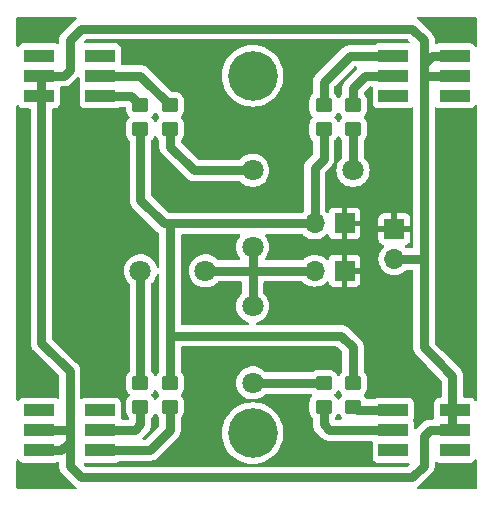
<source format=gbr>
%TF.GenerationSoftware,KiCad,Pcbnew,8.0.1*%
%TF.CreationDate,2024-07-06T10:32:20+03:00*%
%TF.ProjectId,led_tester,6c65645f-7465-4737-9465-722e6b696361,rev?*%
%TF.SameCoordinates,Original*%
%TF.FileFunction,Copper,L1,Top*%
%TF.FilePolarity,Positive*%
%FSLAX46Y46*%
G04 Gerber Fmt 4.6, Leading zero omitted, Abs format (unit mm)*
G04 Created by KiCad (PCBNEW 8.0.1) date 2024-07-06 10:32:20*
%MOMM*%
%LPD*%
G01*
G04 APERTURE LIST*
G04 Aperture macros list*
%AMRoundRect*
0 Rectangle with rounded corners*
0 $1 Rounding radius*
0 $2 $3 $4 $5 $6 $7 $8 $9 X,Y pos of 4 corners*
0 Add a 4 corners polygon primitive as box body*
4,1,4,$2,$3,$4,$5,$6,$7,$8,$9,$2,$3,0*
0 Add four circle primitives for the rounded corners*
1,1,$1+$1,$2,$3*
1,1,$1+$1,$4,$5*
1,1,$1+$1,$6,$7*
1,1,$1+$1,$8,$9*
0 Add four rect primitives between the rounded corners*
20,1,$1+$1,$2,$3,$4,$5,0*
20,1,$1+$1,$4,$5,$6,$7,0*
20,1,$1+$1,$6,$7,$8,$9,0*
20,1,$1+$1,$8,$9,$2,$3,0*%
G04 Aperture macros list end*
%TA.AperFunction,SMDPad,CuDef*%
%ADD10R,2.500000X1.100000*%
%TD*%
%TA.AperFunction,SMDPad,CuDef*%
%ADD11RoundRect,0.250000X0.450000X-0.350000X0.450000X0.350000X-0.450000X0.350000X-0.450000X-0.350000X0*%
%TD*%
%TA.AperFunction,SMDPad,CuDef*%
%ADD12RoundRect,0.250000X-0.450000X0.350000X-0.450000X-0.350000X0.450000X-0.350000X0.450000X0.350000X0*%
%TD*%
%TA.AperFunction,ComponentPad*%
%ADD13R,1.700000X1.700000*%
%TD*%
%TA.AperFunction,ComponentPad*%
%ADD14O,1.700000X1.700000*%
%TD*%
%TA.AperFunction,ViaPad*%
%ADD15C,4.200000*%
%TD*%
%TA.AperFunction,ViaPad*%
%ADD16C,1.800000*%
%TD*%
%TA.AperFunction,Conductor*%
%ADD17C,0.800000*%
%TD*%
G04 APERTURE END LIST*
D10*
%TO.P,D7,1,BA*%
%TO.N,unconnected-(D7-BA-Pad1)*%
X87400000Y-58300000D03*
%TO.P,D7,2,RA*%
%TO.N,/VCC*%
X87400000Y-60000000D03*
%TO.P,D7,3,GA*%
X87400000Y-61700000D03*
%TO.P,D7,4,GK*%
%TO.N,Net-(D7-GK)*%
X92600000Y-61700000D03*
%TO.P,D7,5,RK*%
%TO.N,Net-(D7-RK)*%
X92600000Y-60000000D03*
%TO.P,D7,6,BK*%
%TO.N,unconnected-(D7-BK-Pad6)*%
X92600000Y-58300000D03*
%TD*%
%TO.P,D4,1,BA*%
%TO.N,unconnected-(D4-BA-Pad1)*%
X122600000Y-61700000D03*
%TO.P,D4,2,RA*%
%TO.N,/VCC*%
X122600000Y-60000000D03*
%TO.P,D4,3,GA*%
X122600000Y-58300000D03*
%TO.P,D4,4,GK*%
%TO.N,Net-(D4-GK)*%
X117400000Y-58300000D03*
%TO.P,D4,5,RK*%
%TO.N,Net-(D4-RK)*%
X117400000Y-60000000D03*
%TO.P,D4,6,BK*%
%TO.N,unconnected-(D4-BK-Pad6)*%
X117400000Y-61700000D03*
%TD*%
%TO.P,D2,1,BA*%
%TO.N,unconnected-(D2-BA-Pad1)*%
X122600000Y-31700000D03*
%TO.P,D2,2,RA*%
%TO.N,/VCC*%
X122600000Y-30000000D03*
%TO.P,D2,3,GA*%
X122600000Y-28300000D03*
%TO.P,D2,4,GK*%
%TO.N,Net-(D2-GK)*%
X117400000Y-28300000D03*
%TO.P,D2,5,RK*%
%TO.N,Net-(D2-RK)*%
X117400000Y-30000000D03*
%TO.P,D2,6,BK*%
%TO.N,unconnected-(D2-BK-Pad6)*%
X117400000Y-31700000D03*
%TD*%
%TO.P,D1,1,BA*%
%TO.N,unconnected-(D1-BA-Pad1)*%
X87400000Y-28300000D03*
%TO.P,D1,2,RA*%
%TO.N,/VCC*%
X87400000Y-30000000D03*
%TO.P,D1,3,GA*%
X87400000Y-31700000D03*
%TO.P,D1,4,GK*%
%TO.N,Net-(D1-GK)*%
X92600000Y-31700000D03*
%TO.P,D1,5,RK*%
%TO.N,Net-(D1-RK)*%
X92600000Y-30000000D03*
%TO.P,D1,6,BK*%
%TO.N,unconnected-(D1-BK-Pad6)*%
X92600000Y-28300000D03*
%TD*%
D11*
%TO.P,R5,1*%
%TO.N,/RED*%
X111500000Y-34500000D03*
%TO.P,R5,2*%
%TO.N,Net-(D2-GK)*%
X111500000Y-32500000D03*
%TD*%
D12*
%TO.P,R8,1*%
%TO.N,/GR*%
X111500000Y-56000000D03*
%TO.P,R8,2*%
%TO.N,Net-(D4-RK)*%
X111500000Y-58000000D03*
%TD*%
D11*
%TO.P,R4,1*%
%TO.N,/GR*%
X98500000Y-34500000D03*
%TO.P,R4,2*%
%TO.N,Net-(D1-RK)*%
X98500000Y-32500000D03*
%TD*%
D12*
%TO.P,R1,1*%
%TO.N,/RED*%
X98500000Y-56000000D03*
%TO.P,R1,2*%
%TO.N,Net-(D7-GK)*%
X98500000Y-58000000D03*
%TD*%
D11*
%TO.P,R6,1*%
%TO.N,/GR*%
X114000000Y-34500000D03*
%TO.P,R6,2*%
%TO.N,Net-(D2-RK)*%
X114000000Y-32500000D03*
%TD*%
D13*
%TO.P,J2,1,Pin_1*%
%TO.N,GND*%
X113275000Y-46500000D03*
D14*
%TO.P,J2,2,Pin_2*%
%TO.N,/GR1*%
X110735000Y-46500000D03*
%TD*%
D11*
%TO.P,R3,1*%
%TO.N,/RED*%
X96000000Y-34500000D03*
%TO.P,R3,2*%
%TO.N,Net-(D1-GK)*%
X96000000Y-32500000D03*
%TD*%
D13*
%TO.P,J1,1,Pin_1*%
%TO.N,GND*%
X113275000Y-42500000D03*
D14*
%TO.P,J1,2,Pin_2*%
%TO.N,/RED1*%
X110735000Y-42500000D03*
%TD*%
D12*
%TO.P,R2,1*%
%TO.N,/GR*%
X96000000Y-56000000D03*
%TO.P,R2,2*%
%TO.N,Net-(D7-RK)*%
X96000000Y-58000000D03*
%TD*%
D13*
%TO.P,J3,1,Pin_1*%
%TO.N,GND*%
X117500000Y-42960000D03*
D14*
%TO.P,J3,2,Pin_2*%
%TO.N,/VCC*%
X117500000Y-45500000D03*
%TD*%
D12*
%TO.P,R7,1*%
%TO.N,/RED*%
X114000000Y-56000000D03*
%TO.P,R7,2*%
%TO.N,Net-(D4-GK)*%
X114000000Y-58000000D03*
%TD*%
D15*
%TO.N,*%
X105500000Y-60250000D03*
X105500000Y-30000000D03*
D16*
%TO.N,/GR*%
X101500000Y-46500000D03*
X96000000Y-46500000D03*
X105500000Y-38000000D03*
X114000000Y-38000000D03*
X105500000Y-56000000D03*
X105500000Y-44500000D03*
X105500000Y-49500000D03*
%TD*%
D17*
%TO.N,Net-(D1-GK)*%
X95200000Y-31700000D02*
X96000000Y-32500000D01*
X92400000Y-31700000D02*
X95200000Y-31700000D01*
%TO.N,/VCC*%
X90000000Y-29500000D02*
X90000000Y-27000000D01*
X91000000Y-64000000D02*
X119000000Y-64000000D01*
X119000000Y-64000000D02*
X120000000Y-63000000D01*
X120700000Y-28300000D02*
X120000000Y-29000000D01*
X120000000Y-60500000D02*
X120500000Y-60000000D01*
X90000000Y-61000000D02*
X90000000Y-63000000D01*
X122400000Y-60000000D02*
X122400000Y-55400000D01*
X122400000Y-55400000D02*
X121000000Y-54000000D01*
X117500000Y-45500000D02*
X120000000Y-45500000D01*
X120000000Y-45500000D02*
X120000000Y-53000000D01*
X87600000Y-30000000D02*
X89500000Y-30000000D01*
X90000000Y-63000000D02*
X91000000Y-64000000D01*
X120000000Y-63000000D02*
X120000000Y-60500000D01*
X120500000Y-60000000D02*
X122400000Y-60000000D01*
X87600000Y-52600000D02*
X90000000Y-55000000D01*
X120000000Y-27000000D02*
X120000000Y-29000000D01*
X90000000Y-27000000D02*
X91000000Y-26000000D01*
X120000000Y-53000000D02*
X121000000Y-54000000D01*
X87600000Y-60000000D02*
X90000000Y-60000000D01*
X87600000Y-30000000D02*
X87600000Y-52600000D01*
X122400000Y-28300000D02*
X120700000Y-28300000D01*
X91000000Y-26000000D02*
X119000000Y-26000000D01*
X120000000Y-30000000D02*
X122400000Y-30000000D01*
X89300000Y-61700000D02*
X87600000Y-61700000D01*
X90000000Y-60000000D02*
X90000000Y-61000000D01*
X90000000Y-55000000D02*
X90000000Y-60000000D01*
X120000000Y-29000000D02*
X120000000Y-30000000D01*
X90000000Y-61000000D02*
X89300000Y-61700000D01*
X119000000Y-26000000D02*
X120000000Y-27000000D01*
X89500000Y-30000000D02*
X90000000Y-29500000D01*
X120000000Y-30000000D02*
X120000000Y-45500000D01*
%TO.N,Net-(D1-RK)*%
X96000000Y-30000000D02*
X98500000Y-32500000D01*
X92400000Y-30000000D02*
X96000000Y-30000000D01*
%TO.N,Net-(D2-RK)*%
X114000000Y-31000000D02*
X114000000Y-32500000D01*
X115000000Y-30000000D02*
X114000000Y-31000000D01*
X117600000Y-30000000D02*
X115000000Y-30000000D01*
%TO.N,Net-(D2-GK)*%
X111500000Y-30500000D02*
X111500000Y-32500000D01*
X117600000Y-28300000D02*
X113700000Y-28300000D01*
X113700000Y-28300000D02*
X111500000Y-30500000D01*
%TO.N,Net-(D4-GK)*%
X117600000Y-58300000D02*
X114300000Y-58300000D01*
X114300000Y-58300000D02*
X114000000Y-58000000D01*
%TO.N,Net-(D4-RK)*%
X111500000Y-58000000D02*
X111500000Y-59500000D01*
X111500000Y-59500000D02*
X112000000Y-60000000D01*
X112000000Y-60000000D02*
X117600000Y-60000000D01*
%TO.N,/RED*%
X114000000Y-53000000D02*
X113000000Y-52000000D01*
X98000000Y-42500000D02*
X98500000Y-42500000D01*
X98500000Y-52000000D02*
X98500000Y-42500000D01*
X96000000Y-40500000D02*
X98000000Y-42500000D01*
X98500000Y-56000000D02*
X98500000Y-52000000D01*
X114000000Y-56000000D02*
X114000000Y-53000000D01*
X96000000Y-34500000D02*
X96000000Y-40500000D01*
X110735000Y-42500000D02*
X110735000Y-37765000D01*
X113000000Y-52000000D02*
X98500000Y-52000000D01*
X111500000Y-37000000D02*
X111500000Y-34500000D01*
X98500000Y-42500000D02*
X110735000Y-42500000D01*
X110735000Y-37765000D02*
X111500000Y-37000000D01*
%TO.N,/GR*%
X105500000Y-44500000D02*
X105500000Y-46500000D01*
X114000000Y-34500000D02*
X114000000Y-38000000D01*
X111500000Y-56000000D02*
X105500000Y-56000000D01*
X101500000Y-46500000D02*
X105500000Y-46500000D01*
X98500000Y-36000000D02*
X100500000Y-38000000D01*
X105500000Y-46500000D02*
X110735000Y-46500000D01*
X98500000Y-34500000D02*
X98500000Y-36000000D01*
X100500000Y-38000000D02*
X105500000Y-38000000D01*
X96000000Y-46500000D02*
X96000000Y-56000000D01*
X105500000Y-49500000D02*
X105500000Y-46500000D01*
%TO.N,Net-(D7-GK)*%
X98500000Y-58000000D02*
X98500000Y-60000000D01*
X96800000Y-61700000D02*
X92400000Y-61700000D01*
X98500000Y-60000000D02*
X96800000Y-61700000D01*
%TO.N,Net-(D7-RK)*%
X96000000Y-58000000D02*
X96000000Y-59500000D01*
X95500000Y-60000000D02*
X92400000Y-60000000D01*
X96000000Y-59500000D02*
X95500000Y-60000000D01*
%TD*%
%TA.AperFunction,Conductor*%
%TO.N,GND*%
G36*
X115600171Y-30920185D02*
G01*
X115645926Y-30972989D01*
X115656421Y-31037756D01*
X115649500Y-31102118D01*
X115649500Y-32297870D01*
X115649501Y-32297876D01*
X115655908Y-32357483D01*
X115706202Y-32492328D01*
X115706206Y-32492335D01*
X115792452Y-32607544D01*
X115792455Y-32607547D01*
X115907664Y-32693793D01*
X115907671Y-32693797D01*
X116042517Y-32744091D01*
X116042516Y-32744091D01*
X116049444Y-32744835D01*
X116102127Y-32750500D01*
X118697872Y-32750499D01*
X118757483Y-32744091D01*
X118892331Y-32693796D01*
X118901186Y-32687166D01*
X118966649Y-32662747D01*
X119034923Y-32677596D01*
X119084330Y-32727000D01*
X119099500Y-32786431D01*
X119099500Y-44475500D01*
X119079815Y-44542539D01*
X119027011Y-44588294D01*
X118975500Y-44599500D01*
X118560758Y-44599500D01*
X118493719Y-44579815D01*
X118473077Y-44563181D01*
X118416181Y-44506285D01*
X118382696Y-44444962D01*
X118387680Y-44375270D01*
X118429552Y-44319337D01*
X118460529Y-44302422D01*
X118592086Y-44253354D01*
X118592093Y-44253350D01*
X118707187Y-44167190D01*
X118707190Y-44167187D01*
X118793350Y-44052093D01*
X118793354Y-44052086D01*
X118843596Y-43917379D01*
X118843598Y-43917372D01*
X118849999Y-43857844D01*
X118850000Y-43857827D01*
X118850000Y-43210000D01*
X117933012Y-43210000D01*
X117965925Y-43152993D01*
X118000000Y-43025826D01*
X118000000Y-42894174D01*
X117965925Y-42767007D01*
X117933012Y-42710000D01*
X118850000Y-42710000D01*
X118850000Y-42062172D01*
X118849999Y-42062155D01*
X118843598Y-42002627D01*
X118843596Y-42002620D01*
X118793354Y-41867913D01*
X118793350Y-41867906D01*
X118707190Y-41752812D01*
X118707187Y-41752809D01*
X118592093Y-41666649D01*
X118592086Y-41666645D01*
X118457379Y-41616403D01*
X118457372Y-41616401D01*
X118397844Y-41610000D01*
X117750000Y-41610000D01*
X117750000Y-42526988D01*
X117692993Y-42494075D01*
X117565826Y-42460000D01*
X117434174Y-42460000D01*
X117307007Y-42494075D01*
X117250000Y-42526988D01*
X117250000Y-41610000D01*
X116602155Y-41610000D01*
X116542627Y-41616401D01*
X116542620Y-41616403D01*
X116407913Y-41666645D01*
X116407906Y-41666649D01*
X116292812Y-41752809D01*
X116292809Y-41752812D01*
X116206649Y-41867906D01*
X116206645Y-41867913D01*
X116156403Y-42002620D01*
X116156401Y-42002627D01*
X116150000Y-42062155D01*
X116150000Y-42710000D01*
X117066988Y-42710000D01*
X117034075Y-42767007D01*
X117000000Y-42894174D01*
X117000000Y-43025826D01*
X117034075Y-43152993D01*
X117066988Y-43210000D01*
X116150000Y-43210000D01*
X116150000Y-43857844D01*
X116156401Y-43917372D01*
X116156403Y-43917379D01*
X116206645Y-44052086D01*
X116206649Y-44052093D01*
X116292809Y-44167187D01*
X116292812Y-44167190D01*
X116407906Y-44253350D01*
X116407913Y-44253354D01*
X116539470Y-44302421D01*
X116595403Y-44344292D01*
X116619821Y-44409756D01*
X116604970Y-44478029D01*
X116583819Y-44506284D01*
X116461503Y-44628600D01*
X116325965Y-44822169D01*
X116325964Y-44822171D01*
X116226098Y-45036335D01*
X116226094Y-45036344D01*
X116164938Y-45264586D01*
X116164936Y-45264596D01*
X116144341Y-45499999D01*
X116144341Y-45500000D01*
X116164936Y-45735403D01*
X116164938Y-45735413D01*
X116226094Y-45963655D01*
X116226096Y-45963659D01*
X116226097Y-45963663D01*
X116258931Y-46034075D01*
X116325965Y-46177830D01*
X116325967Y-46177834D01*
X116389589Y-46268695D01*
X116461505Y-46371401D01*
X116628599Y-46538495D01*
X116667632Y-46565826D01*
X116822165Y-46674032D01*
X116822167Y-46674033D01*
X116822170Y-46674035D01*
X117036337Y-46773903D01*
X117264592Y-46835063D01*
X117452918Y-46851539D01*
X117499999Y-46855659D01*
X117500000Y-46855659D01*
X117500001Y-46855659D01*
X117539234Y-46852226D01*
X117735408Y-46835063D01*
X117963663Y-46773903D01*
X118177830Y-46674035D01*
X118371401Y-46538495D01*
X118473077Y-46436819D01*
X118534400Y-46403334D01*
X118560758Y-46400500D01*
X118975500Y-46400500D01*
X119042539Y-46420185D01*
X119088294Y-46472989D01*
X119099500Y-46524500D01*
X119099500Y-53088696D01*
X119134103Y-53262659D01*
X119134106Y-53262669D01*
X119149348Y-53299464D01*
X119149349Y-53299467D01*
X119201983Y-53426540D01*
X119201990Y-53426552D01*
X119251401Y-53500500D01*
X119251402Y-53500501D01*
X119300537Y-53574038D01*
X119300538Y-53574039D01*
X120296195Y-54569694D01*
X120296216Y-54569717D01*
X121463181Y-55736681D01*
X121496666Y-55798004D01*
X121499500Y-55824362D01*
X121499500Y-57125500D01*
X121479815Y-57192539D01*
X121427011Y-57238294D01*
X121375502Y-57249500D01*
X121302130Y-57249500D01*
X121302123Y-57249501D01*
X121242516Y-57255908D01*
X121107671Y-57306202D01*
X121107664Y-57306206D01*
X120992455Y-57392452D01*
X120992452Y-57392455D01*
X120906206Y-57507664D01*
X120906202Y-57507671D01*
X120855908Y-57642517D01*
X120849501Y-57702116D01*
X120849501Y-57702123D01*
X120849500Y-57702135D01*
X120849500Y-58897870D01*
X120849501Y-58897876D01*
X120856421Y-58962247D01*
X120844014Y-59031006D01*
X120796403Y-59082143D01*
X120733131Y-59099500D01*
X120411303Y-59099500D01*
X120237339Y-59134103D01*
X120237323Y-59134108D01*
X120121453Y-59182102D01*
X120121454Y-59182103D01*
X120073454Y-59201986D01*
X120073453Y-59201987D01*
X120020553Y-59237334D01*
X119925965Y-59300535D01*
X119925961Y-59300538D01*
X119362180Y-59864320D01*
X119300857Y-59897805D01*
X119231165Y-59892821D01*
X119175232Y-59850949D01*
X119150815Y-59785485D01*
X119150499Y-59776639D01*
X119150499Y-59402129D01*
X119150498Y-59402123D01*
X119144091Y-59342518D01*
X119144091Y-59342517D01*
X119093796Y-59207669D01*
X119093794Y-59207666D01*
X119090696Y-59199360D01*
X119092426Y-59198714D01*
X119079902Y-59141163D01*
X119091691Y-59101011D01*
X119090696Y-59100640D01*
X119093794Y-59092333D01*
X119093796Y-59092331D01*
X119144091Y-58957483D01*
X119150500Y-58897873D01*
X119150499Y-57702128D01*
X119144091Y-57642517D01*
X119137914Y-57625956D01*
X119093797Y-57507671D01*
X119093793Y-57507664D01*
X119007547Y-57392455D01*
X119007544Y-57392452D01*
X118892335Y-57306206D01*
X118892328Y-57306202D01*
X118757482Y-57255908D01*
X118757483Y-57255908D01*
X118697883Y-57249501D01*
X118697881Y-57249500D01*
X118697873Y-57249500D01*
X118697864Y-57249500D01*
X116102129Y-57249500D01*
X116102123Y-57249501D01*
X116042516Y-57255908D01*
X115907671Y-57306202D01*
X115907668Y-57306204D01*
X115816080Y-57374767D01*
X115750615Y-57399184D01*
X115741769Y-57399500D01*
X115245908Y-57399500D01*
X115178869Y-57379815D01*
X115140363Y-57335728D01*
X115138605Y-57336813D01*
X115132159Y-57326362D01*
X115042712Y-57181344D01*
X114949049Y-57087681D01*
X114915564Y-57026358D01*
X114920548Y-56956666D01*
X114949049Y-56912319D01*
X114960868Y-56900500D01*
X115042712Y-56818656D01*
X115134814Y-56669334D01*
X115189999Y-56502797D01*
X115200500Y-56400009D01*
X115200499Y-55599992D01*
X115189999Y-55497203D01*
X115134814Y-55330666D01*
X115042712Y-55181344D01*
X114936818Y-55075450D01*
X114903334Y-55014127D01*
X114900500Y-54987769D01*
X114900500Y-52911310D01*
X114900500Y-52911308D01*
X114898350Y-52900500D01*
X114865895Y-52737334D01*
X114800339Y-52579071D01*
X114798695Y-52574474D01*
X114699465Y-52425966D01*
X114699464Y-52425965D01*
X114574035Y-52300536D01*
X114449137Y-52175638D01*
X113574041Y-51300540D01*
X113574040Y-51300539D01*
X113514960Y-51261064D01*
X113514958Y-51261061D01*
X113426544Y-51201985D01*
X113426542Y-51201984D01*
X113344607Y-51168046D01*
X113344606Y-51168046D01*
X113262666Y-51134105D01*
X113262658Y-51134103D01*
X113088696Y-51099500D01*
X113088692Y-51099500D01*
X113088691Y-51099500D01*
X105897128Y-51099500D01*
X105830089Y-51079815D01*
X105784334Y-51027011D01*
X105774390Y-50957853D01*
X105803415Y-50894297D01*
X105856865Y-50858219D01*
X105963129Y-50821737D01*
X106064503Y-50786936D01*
X106268626Y-50676470D01*
X106451784Y-50533913D01*
X106608979Y-50363153D01*
X106735924Y-50168849D01*
X106829157Y-49956300D01*
X106886134Y-49731305D01*
X106905300Y-49500000D01*
X106905300Y-49499993D01*
X106886135Y-49268702D01*
X106886133Y-49268691D01*
X106829157Y-49043699D01*
X106735924Y-48831151D01*
X106608983Y-48636852D01*
X106608980Y-48636849D01*
X106608979Y-48636847D01*
X106451784Y-48466087D01*
X106448336Y-48463403D01*
X106407524Y-48406692D01*
X106400500Y-48365551D01*
X106400500Y-47524500D01*
X106420185Y-47457461D01*
X106472989Y-47411706D01*
X106524500Y-47400500D01*
X109674242Y-47400500D01*
X109741281Y-47420185D01*
X109761923Y-47436819D01*
X109863599Y-47538495D01*
X109960384Y-47606265D01*
X110057165Y-47674032D01*
X110057167Y-47674033D01*
X110057170Y-47674035D01*
X110271337Y-47773903D01*
X110499592Y-47835063D01*
X110670319Y-47850000D01*
X110734999Y-47855659D01*
X110735000Y-47855659D01*
X110735001Y-47855659D01*
X110799681Y-47850000D01*
X110970408Y-47835063D01*
X111198663Y-47773903D01*
X111412830Y-47674035D01*
X111606401Y-47538495D01*
X111728717Y-47416178D01*
X111790036Y-47382696D01*
X111859728Y-47387680D01*
X111915662Y-47429551D01*
X111932577Y-47460528D01*
X111981646Y-47592088D01*
X111981649Y-47592093D01*
X112067809Y-47707187D01*
X112067812Y-47707190D01*
X112182906Y-47793350D01*
X112182913Y-47793354D01*
X112317620Y-47843596D01*
X112317627Y-47843598D01*
X112377155Y-47849999D01*
X112377172Y-47850000D01*
X113025000Y-47850000D01*
X113025000Y-46933012D01*
X113082007Y-46965925D01*
X113209174Y-47000000D01*
X113340826Y-47000000D01*
X113467993Y-46965925D01*
X113525000Y-46933012D01*
X113525000Y-47850000D01*
X114172828Y-47850000D01*
X114172844Y-47849999D01*
X114232372Y-47843598D01*
X114232379Y-47843596D01*
X114367086Y-47793354D01*
X114367093Y-47793350D01*
X114482187Y-47707190D01*
X114482190Y-47707187D01*
X114568350Y-47592093D01*
X114568354Y-47592086D01*
X114618596Y-47457379D01*
X114618598Y-47457372D01*
X114624999Y-47397844D01*
X114625000Y-47397827D01*
X114625000Y-46750000D01*
X113708012Y-46750000D01*
X113740925Y-46692993D01*
X113775000Y-46565826D01*
X113775000Y-46434174D01*
X113740925Y-46307007D01*
X113708012Y-46250000D01*
X114625000Y-46250000D01*
X114625000Y-45602172D01*
X114624999Y-45602155D01*
X114618598Y-45542627D01*
X114618596Y-45542620D01*
X114568354Y-45407913D01*
X114568350Y-45407906D01*
X114482190Y-45292812D01*
X114482187Y-45292809D01*
X114367093Y-45206649D01*
X114367086Y-45206645D01*
X114232379Y-45156403D01*
X114232372Y-45156401D01*
X114172844Y-45150000D01*
X113525000Y-45150000D01*
X113525000Y-46066988D01*
X113467993Y-46034075D01*
X113340826Y-46000000D01*
X113209174Y-46000000D01*
X113082007Y-46034075D01*
X113025000Y-46066988D01*
X113025000Y-45150000D01*
X112377155Y-45150000D01*
X112317627Y-45156401D01*
X112317620Y-45156403D01*
X112182913Y-45206645D01*
X112182906Y-45206649D01*
X112067812Y-45292809D01*
X112067809Y-45292812D01*
X111981649Y-45407906D01*
X111981645Y-45407913D01*
X111932578Y-45539470D01*
X111890707Y-45595404D01*
X111825242Y-45619821D01*
X111756969Y-45604969D01*
X111728715Y-45583819D01*
X111668494Y-45523598D01*
X111606401Y-45461505D01*
X111606397Y-45461502D01*
X111606396Y-45461501D01*
X111412834Y-45325967D01*
X111412830Y-45325965D01*
X111341727Y-45292809D01*
X111198663Y-45226097D01*
X111198659Y-45226096D01*
X111198655Y-45226094D01*
X110970413Y-45164938D01*
X110970403Y-45164936D01*
X110735001Y-45144341D01*
X110734999Y-45144341D01*
X110499596Y-45164936D01*
X110499586Y-45164938D01*
X110271344Y-45226094D01*
X110271335Y-45226098D01*
X110057171Y-45325964D01*
X110057169Y-45325965D01*
X109863600Y-45461503D01*
X109825105Y-45499999D01*
X109761921Y-45563182D01*
X109700601Y-45596666D01*
X109674242Y-45599500D01*
X106674097Y-45599500D01*
X106607058Y-45579815D01*
X106561303Y-45527011D01*
X106551359Y-45457853D01*
X106580384Y-45394297D01*
X106582827Y-45391561D01*
X106608979Y-45363153D01*
X106735924Y-45168849D01*
X106829157Y-44956300D01*
X106886134Y-44731305D01*
X106886135Y-44731297D01*
X106905300Y-44500006D01*
X106905300Y-44499993D01*
X106886135Y-44268702D01*
X106886133Y-44268691D01*
X106829157Y-44043699D01*
X106735924Y-43831151D01*
X106608983Y-43636852D01*
X106608980Y-43636849D01*
X106608979Y-43636847D01*
X106582865Y-43608480D01*
X106551945Y-43545828D01*
X106559805Y-43476402D01*
X106603952Y-43422247D01*
X106670370Y-43400556D01*
X106674097Y-43400500D01*
X109674242Y-43400500D01*
X109741281Y-43420185D01*
X109761923Y-43436819D01*
X109863599Y-43538495D01*
X109868815Y-43542147D01*
X110057165Y-43674032D01*
X110057167Y-43674033D01*
X110057170Y-43674035D01*
X110271337Y-43773903D01*
X110499592Y-43835063D01*
X110670319Y-43850000D01*
X110734999Y-43855659D01*
X110735000Y-43855659D01*
X110735001Y-43855659D01*
X110799681Y-43850000D01*
X110970408Y-43835063D01*
X111198663Y-43773903D01*
X111412830Y-43674035D01*
X111606401Y-43538495D01*
X111728717Y-43416178D01*
X111790036Y-43382696D01*
X111859728Y-43387680D01*
X111915662Y-43429551D01*
X111932577Y-43460528D01*
X111981646Y-43592088D01*
X111981649Y-43592093D01*
X112067809Y-43707187D01*
X112067812Y-43707190D01*
X112182906Y-43793350D01*
X112182913Y-43793354D01*
X112317620Y-43843596D01*
X112317627Y-43843598D01*
X112377155Y-43849999D01*
X112377172Y-43850000D01*
X113025000Y-43850000D01*
X113025000Y-42933012D01*
X113082007Y-42965925D01*
X113209174Y-43000000D01*
X113340826Y-43000000D01*
X113467993Y-42965925D01*
X113525000Y-42933012D01*
X113525000Y-43850000D01*
X114172828Y-43850000D01*
X114172844Y-43849999D01*
X114232372Y-43843598D01*
X114232379Y-43843596D01*
X114367086Y-43793354D01*
X114367093Y-43793350D01*
X114482187Y-43707190D01*
X114482190Y-43707187D01*
X114568350Y-43592093D01*
X114568354Y-43592086D01*
X114618596Y-43457379D01*
X114618598Y-43457372D01*
X114624999Y-43397844D01*
X114625000Y-43397827D01*
X114625000Y-42750000D01*
X113708012Y-42750000D01*
X113740925Y-42692993D01*
X113775000Y-42565826D01*
X113775000Y-42434174D01*
X113740925Y-42307007D01*
X113708012Y-42250000D01*
X114625000Y-42250000D01*
X114625000Y-41602172D01*
X114624999Y-41602155D01*
X114618598Y-41542627D01*
X114618596Y-41542620D01*
X114568354Y-41407913D01*
X114568350Y-41407906D01*
X114482190Y-41292812D01*
X114482187Y-41292809D01*
X114367093Y-41206649D01*
X114367086Y-41206645D01*
X114232379Y-41156403D01*
X114232372Y-41156401D01*
X114172844Y-41150000D01*
X113525000Y-41150000D01*
X113525000Y-42066988D01*
X113467993Y-42034075D01*
X113340826Y-42000000D01*
X113209174Y-42000000D01*
X113082007Y-42034075D01*
X113025000Y-42066988D01*
X113025000Y-41150000D01*
X112377155Y-41150000D01*
X112317627Y-41156401D01*
X112317620Y-41156403D01*
X112182913Y-41206645D01*
X112182906Y-41206649D01*
X112067812Y-41292809D01*
X112067809Y-41292812D01*
X111981649Y-41407906D01*
X111981645Y-41407913D01*
X111932578Y-41539470D01*
X111890707Y-41595404D01*
X111825242Y-41619821D01*
X111756969Y-41604969D01*
X111728715Y-41583818D01*
X111671819Y-41526922D01*
X111638334Y-41465599D01*
X111635500Y-41439241D01*
X111635500Y-38189361D01*
X111655185Y-38122322D01*
X111671819Y-38101680D01*
X112199464Y-37574035D01*
X112247373Y-37502334D01*
X112247376Y-37502330D01*
X112298013Y-37426547D01*
X112365894Y-37262666D01*
X112380157Y-37190964D01*
X112400500Y-37088692D01*
X112400500Y-36911309D01*
X112400500Y-35512230D01*
X112420185Y-35445191D01*
X112436819Y-35424549D01*
X112542712Y-35318656D01*
X112634814Y-35169334D01*
X112634817Y-35169322D01*
X112637615Y-35163325D01*
X112683785Y-35110884D01*
X112750977Y-35091728D01*
X112817859Y-35111940D01*
X112862385Y-35163325D01*
X112865184Y-35169330D01*
X112865186Y-35169334D01*
X112865188Y-35169336D01*
X112957289Y-35318657D01*
X113063181Y-35424549D01*
X113096666Y-35485872D01*
X113099500Y-35512230D01*
X113099500Y-36865551D01*
X113079815Y-36932590D01*
X113051664Y-36963403D01*
X113048219Y-36966084D01*
X112891016Y-37136852D01*
X112764075Y-37331151D01*
X112670842Y-37543699D01*
X112613866Y-37768691D01*
X112613864Y-37768702D01*
X112594700Y-37999993D01*
X112594700Y-38000006D01*
X112613864Y-38231297D01*
X112613866Y-38231308D01*
X112670842Y-38456300D01*
X112764075Y-38668848D01*
X112891016Y-38863147D01*
X112891019Y-38863151D01*
X112891021Y-38863153D01*
X113048216Y-39033913D01*
X113048219Y-39033915D01*
X113048222Y-39033918D01*
X113231365Y-39176464D01*
X113231371Y-39176468D01*
X113231374Y-39176470D01*
X113435497Y-39286936D01*
X113549487Y-39326068D01*
X113655015Y-39362297D01*
X113655017Y-39362297D01*
X113655019Y-39362298D01*
X113883951Y-39400500D01*
X113883952Y-39400500D01*
X114116048Y-39400500D01*
X114116049Y-39400500D01*
X114344981Y-39362298D01*
X114564503Y-39286936D01*
X114768626Y-39176470D01*
X114951784Y-39033913D01*
X115108979Y-38863153D01*
X115235924Y-38668849D01*
X115329157Y-38456300D01*
X115386134Y-38231305D01*
X115386135Y-38231297D01*
X115405300Y-38000006D01*
X115405300Y-37999993D01*
X115386135Y-37768702D01*
X115386133Y-37768691D01*
X115329157Y-37543699D01*
X115235924Y-37331151D01*
X115108983Y-37136852D01*
X115108980Y-37136849D01*
X115108979Y-37136847D01*
X114951784Y-36966087D01*
X114948336Y-36963403D01*
X114907524Y-36906692D01*
X114900500Y-36865551D01*
X114900500Y-35512230D01*
X114920185Y-35445191D01*
X114936819Y-35424549D01*
X115042712Y-35318656D01*
X115134814Y-35169334D01*
X115189999Y-35002797D01*
X115200500Y-34900009D01*
X115200499Y-34099992D01*
X115189999Y-33997203D01*
X115134814Y-33830666D01*
X115042712Y-33681344D01*
X114949049Y-33587681D01*
X114915564Y-33526358D01*
X114920548Y-33456666D01*
X114949049Y-33412319D01*
X115042712Y-33318656D01*
X115134814Y-33169334D01*
X115189999Y-33002797D01*
X115200500Y-32900009D01*
X115200499Y-32099992D01*
X115189999Y-31997203D01*
X115134814Y-31830666D01*
X115042712Y-31681344D01*
X114936818Y-31575450D01*
X114903334Y-31514127D01*
X114900500Y-31487769D01*
X114900500Y-31424361D01*
X114920185Y-31357322D01*
X114936819Y-31336680D01*
X115336680Y-30936819D01*
X115398003Y-30903334D01*
X115424361Y-30900500D01*
X115533132Y-30900500D01*
X115600171Y-30920185D01*
G37*
%TD.AperFunction*%
%TD*%
%TA.AperFunction,NonConductor*%
G36*
X90533266Y-25020185D02*
G01*
X90579021Y-25072989D01*
X90588965Y-25142147D01*
X90559940Y-25205703D01*
X90535118Y-25227602D01*
X90425965Y-25300535D01*
X90425961Y-25300538D01*
X89300538Y-26425960D01*
X89300537Y-26425961D01*
X89261064Y-26485039D01*
X89261063Y-26485040D01*
X89201985Y-26573455D01*
X89168046Y-26655393D01*
X89134107Y-26737327D01*
X89134105Y-26737333D01*
X89134105Y-26737334D01*
X89101650Y-26900500D01*
X89099500Y-26911309D01*
X89099500Y-26911310D01*
X89099500Y-27213568D01*
X89079815Y-27280607D01*
X89027011Y-27326362D01*
X88957853Y-27336306D01*
X88901190Y-27312835D01*
X88892334Y-27306206D01*
X88892328Y-27306202D01*
X88757482Y-27255908D01*
X88757483Y-27255908D01*
X88697883Y-27249501D01*
X88697881Y-27249500D01*
X88697873Y-27249500D01*
X88697864Y-27249500D01*
X86102129Y-27249500D01*
X86102123Y-27249501D01*
X86042516Y-27255908D01*
X85907671Y-27306202D01*
X85907664Y-27306206D01*
X85792455Y-27392452D01*
X85792452Y-27392455D01*
X85723766Y-27484208D01*
X85667832Y-27526079D01*
X85598141Y-27531063D01*
X85536818Y-27497577D01*
X85503334Y-27436254D01*
X85500500Y-27409897D01*
X85500500Y-25124500D01*
X85520185Y-25057461D01*
X85572989Y-25011706D01*
X85624500Y-25000500D01*
X90466227Y-25000500D01*
X90533266Y-25020185D01*
G37*
%TD.AperFunction*%
%TA.AperFunction,NonConductor*%
G36*
X124442539Y-25020185D02*
G01*
X124488294Y-25072989D01*
X124499500Y-25124500D01*
X124499500Y-27409897D01*
X124479815Y-27476936D01*
X124427011Y-27522691D01*
X124357853Y-27532635D01*
X124294297Y-27503610D01*
X124276234Y-27484208D01*
X124207547Y-27392455D01*
X124207544Y-27392452D01*
X124092335Y-27306206D01*
X124092328Y-27306202D01*
X123957482Y-27255908D01*
X123957483Y-27255908D01*
X123897883Y-27249501D01*
X123897881Y-27249500D01*
X123897873Y-27249500D01*
X123897864Y-27249500D01*
X121302129Y-27249500D01*
X121302123Y-27249501D01*
X121242516Y-27255908D01*
X121107671Y-27306202D01*
X121107665Y-27306206D01*
X121098810Y-27312835D01*
X121033346Y-27337252D01*
X120965073Y-27322400D01*
X120915668Y-27272995D01*
X120900500Y-27213568D01*
X120900500Y-26911310D01*
X120900500Y-26911309D01*
X120898350Y-26900500D01*
X120865895Y-26737334D01*
X120800339Y-26579071D01*
X120798695Y-26574474D01*
X120699465Y-26425966D01*
X120699459Y-26425960D01*
X120574035Y-26300536D01*
X119574041Y-25300540D01*
X119574040Y-25300539D01*
X119574036Y-25300536D01*
X119514959Y-25261063D01*
X119514958Y-25261061D01*
X119464882Y-25227602D01*
X119420077Y-25173990D01*
X119411370Y-25104665D01*
X119441524Y-25041638D01*
X119500967Y-25004918D01*
X119533773Y-25000500D01*
X124375500Y-25000500D01*
X124442539Y-25020185D01*
G37*
%TD.AperFunction*%
%TA.AperFunction,NonConductor*%
G36*
X114293677Y-29220185D02*
G01*
X114339432Y-29272989D01*
X114349376Y-29342147D01*
X114320351Y-29405703D01*
X114314319Y-29412181D01*
X113300538Y-30425960D01*
X113300537Y-30425961D01*
X113261064Y-30485039D01*
X113261063Y-30485040D01*
X113201988Y-30573449D01*
X113170488Y-30649499D01*
X113134105Y-30737333D01*
X113134103Y-30737341D01*
X113100223Y-30907665D01*
X113100224Y-30907666D01*
X113099500Y-30911305D01*
X113099500Y-31487769D01*
X113079815Y-31554808D01*
X113063182Y-31575450D01*
X112957287Y-31681345D01*
X112865183Y-31830670D01*
X112862383Y-31836677D01*
X112816212Y-31889117D01*
X112749019Y-31908271D01*
X112682138Y-31888057D01*
X112637617Y-31836677D01*
X112634816Y-31830670D01*
X112634812Y-31830663D01*
X112542712Y-31681344D01*
X112436818Y-31575450D01*
X112403334Y-31514127D01*
X112400500Y-31487769D01*
X112400500Y-30924362D01*
X112420185Y-30857323D01*
X112436819Y-30836681D01*
X114036681Y-29236819D01*
X114098004Y-29203334D01*
X114124362Y-29200500D01*
X114226638Y-29200500D01*
X114293677Y-29220185D01*
G37*
%TD.AperFunction*%
%TA.AperFunction,NonConductor*%
G36*
X112817859Y-33111940D02*
G01*
X112862385Y-33163325D01*
X112865184Y-33169330D01*
X112865186Y-33169334D01*
X112865188Y-33169336D01*
X112957289Y-33318657D01*
X113050951Y-33412319D01*
X113084436Y-33473642D01*
X113079452Y-33543334D01*
X113050951Y-33587681D01*
X112957289Y-33681342D01*
X112865183Y-33830670D01*
X112862383Y-33836677D01*
X112816212Y-33889117D01*
X112749019Y-33908271D01*
X112682138Y-33888057D01*
X112637617Y-33836677D01*
X112634816Y-33830670D01*
X112634812Y-33830663D01*
X112542712Y-33681344D01*
X112449049Y-33587681D01*
X112415564Y-33526358D01*
X112420548Y-33456666D01*
X112449049Y-33412319D01*
X112542712Y-33318656D01*
X112634814Y-33169334D01*
X112634817Y-33169322D01*
X112637615Y-33163325D01*
X112683785Y-33110884D01*
X112750977Y-33091728D01*
X112817859Y-33111940D01*
G37*
%TD.AperFunction*%
%TA.AperFunction,NonConductor*%
G36*
X97317859Y-33111940D02*
G01*
X97362385Y-33163325D01*
X97365184Y-33169330D01*
X97365186Y-33169334D01*
X97365188Y-33169336D01*
X97457289Y-33318657D01*
X97550951Y-33412319D01*
X97584436Y-33473642D01*
X97579452Y-33543334D01*
X97550951Y-33587681D01*
X97457289Y-33681342D01*
X97365183Y-33830670D01*
X97362383Y-33836677D01*
X97316212Y-33889117D01*
X97249019Y-33908271D01*
X97182138Y-33888057D01*
X97137617Y-33836677D01*
X97134816Y-33830670D01*
X97134812Y-33830663D01*
X97042712Y-33681344D01*
X96949049Y-33587681D01*
X96915564Y-33526358D01*
X96920548Y-33456666D01*
X96949049Y-33412319D01*
X97042712Y-33318656D01*
X97134814Y-33169334D01*
X97134817Y-33169322D01*
X97137615Y-33163325D01*
X97183785Y-33110884D01*
X97250977Y-33091728D01*
X97317859Y-33111940D01*
G37*
%TD.AperFunction*%
%TA.AperFunction,NonConductor*%
G36*
X118642677Y-26920185D02*
G01*
X118663319Y-26936819D01*
X118764319Y-27037819D01*
X118797804Y-27099142D01*
X118792820Y-27168834D01*
X118750948Y-27224767D01*
X118685484Y-27249184D01*
X118676638Y-27249500D01*
X116102129Y-27249500D01*
X116102123Y-27249501D01*
X116042516Y-27255908D01*
X115907671Y-27306202D01*
X115907668Y-27306204D01*
X115816080Y-27374767D01*
X115750615Y-27399184D01*
X115741769Y-27399500D01*
X113611303Y-27399500D01*
X113437341Y-27434103D01*
X113437333Y-27434105D01*
X113349588Y-27470451D01*
X113349587Y-27470451D01*
X113273455Y-27501985D01*
X113125963Y-27600535D01*
X110800537Y-29925961D01*
X110761064Y-29985039D01*
X110761063Y-29985040D01*
X110701988Y-30073449D01*
X110688017Y-30107179D01*
X110676864Y-30134106D01*
X110634105Y-30237334D01*
X110601650Y-30400500D01*
X110599500Y-30411309D01*
X110599500Y-30411310D01*
X110599500Y-31487769D01*
X110579815Y-31554808D01*
X110563182Y-31575450D01*
X110457287Y-31681345D01*
X110365187Y-31830663D01*
X110365185Y-31830668D01*
X110363194Y-31836677D01*
X110310001Y-31997203D01*
X110310001Y-31997204D01*
X110310000Y-31997204D01*
X110299500Y-32099983D01*
X110299500Y-32900001D01*
X110299501Y-32900019D01*
X110310000Y-33002796D01*
X110310001Y-33002799D01*
X110365185Y-33169331D01*
X110365187Y-33169336D01*
X110457289Y-33318657D01*
X110550951Y-33412319D01*
X110584436Y-33473642D01*
X110579452Y-33543334D01*
X110550951Y-33587681D01*
X110457289Y-33681342D01*
X110365187Y-33830663D01*
X110365185Y-33830668D01*
X110363194Y-33836677D01*
X110310001Y-33997203D01*
X110310001Y-33997204D01*
X110310000Y-33997204D01*
X110299500Y-34099983D01*
X110299500Y-34900001D01*
X110299501Y-34900019D01*
X110310000Y-35002796D01*
X110310001Y-35002799D01*
X110365185Y-35169331D01*
X110365187Y-35169336D01*
X110457289Y-35318657D01*
X110563181Y-35424549D01*
X110596666Y-35485872D01*
X110599500Y-35512230D01*
X110599500Y-36575638D01*
X110579815Y-36642677D01*
X110563181Y-36663319D01*
X110035537Y-37190962D01*
X110035536Y-37190964D01*
X110028168Y-37201990D01*
X109936988Y-37338450D01*
X109936986Y-37338454D01*
X109903046Y-37420393D01*
X109869106Y-37502330D01*
X109869103Y-37502340D01*
X109854842Y-37574034D01*
X109854843Y-37574035D01*
X109834500Y-37676310D01*
X109834500Y-41439242D01*
X109814815Y-41506281D01*
X109798181Y-41526923D01*
X109761923Y-41563181D01*
X109700600Y-41596666D01*
X109674242Y-41599500D01*
X98424362Y-41599500D01*
X98357323Y-41579815D01*
X98336681Y-41563181D01*
X96936819Y-40163319D01*
X96903334Y-40101996D01*
X96900500Y-40075638D01*
X96900500Y-35512230D01*
X96920185Y-35445191D01*
X96936819Y-35424549D01*
X97042712Y-35318656D01*
X97134814Y-35169334D01*
X97134817Y-35169322D01*
X97137615Y-35163325D01*
X97183785Y-35110884D01*
X97250977Y-35091728D01*
X97317859Y-35111940D01*
X97362385Y-35163325D01*
X97365184Y-35169330D01*
X97365186Y-35169334D01*
X97365188Y-35169336D01*
X97457289Y-35318657D01*
X97563181Y-35424549D01*
X97596666Y-35485872D01*
X97599500Y-35512230D01*
X97599500Y-36088696D01*
X97634103Y-36262658D01*
X97634105Y-36262666D01*
X97668046Y-36344606D01*
X97668046Y-36344607D01*
X97701984Y-36426542D01*
X97701985Y-36426544D01*
X97761063Y-36514960D01*
X97761064Y-36514961D01*
X97800534Y-36574034D01*
X99925966Y-38699466D01*
X99985036Y-38738933D01*
X99985039Y-38738936D01*
X100073450Y-38798011D01*
X100073453Y-38798013D01*
X100155393Y-38831953D01*
X100237334Y-38865895D01*
X100411303Y-38900499D01*
X100411307Y-38900500D01*
X100411308Y-38900500D01*
X100411309Y-38900500D01*
X104371009Y-38900500D01*
X104438048Y-38920185D01*
X104462238Y-38940517D01*
X104548212Y-39033909D01*
X104548222Y-39033918D01*
X104731365Y-39176464D01*
X104731371Y-39176468D01*
X104731374Y-39176470D01*
X104935497Y-39286936D01*
X105049487Y-39326068D01*
X105155015Y-39362297D01*
X105155017Y-39362297D01*
X105155019Y-39362298D01*
X105383951Y-39400500D01*
X105383952Y-39400500D01*
X105616048Y-39400500D01*
X105616049Y-39400500D01*
X105844981Y-39362298D01*
X106064503Y-39286936D01*
X106268626Y-39176470D01*
X106451784Y-39033913D01*
X106608979Y-38863153D01*
X106735924Y-38668849D01*
X106829157Y-38456300D01*
X106886134Y-38231305D01*
X106886135Y-38231297D01*
X106905300Y-38000006D01*
X106905300Y-37999993D01*
X106886135Y-37768702D01*
X106886133Y-37768691D01*
X106829157Y-37543699D01*
X106735924Y-37331151D01*
X106608983Y-37136852D01*
X106608980Y-37136849D01*
X106608979Y-37136847D01*
X106451784Y-36966087D01*
X106451779Y-36966083D01*
X106451777Y-36966081D01*
X106268634Y-36823535D01*
X106268628Y-36823531D01*
X106064504Y-36713064D01*
X106064495Y-36713061D01*
X105844984Y-36637702D01*
X105673282Y-36609050D01*
X105616049Y-36599500D01*
X105383951Y-36599500D01*
X105338164Y-36607140D01*
X105155015Y-36637702D01*
X104935504Y-36713061D01*
X104935495Y-36713064D01*
X104731371Y-36823531D01*
X104731365Y-36823535D01*
X104548222Y-36966081D01*
X104548212Y-36966090D01*
X104462238Y-37059483D01*
X104402351Y-37095474D01*
X104371009Y-37099500D01*
X100924362Y-37099500D01*
X100857323Y-37079815D01*
X100836681Y-37063181D01*
X99436819Y-35663319D01*
X99403334Y-35601996D01*
X99400500Y-35575638D01*
X99400500Y-35512230D01*
X99420185Y-35445191D01*
X99436819Y-35424549D01*
X99542712Y-35318656D01*
X99634814Y-35169334D01*
X99689999Y-35002797D01*
X99700500Y-34900009D01*
X99700499Y-34099992D01*
X99689999Y-33997203D01*
X99634814Y-33830666D01*
X99542712Y-33681344D01*
X99449049Y-33587681D01*
X99415564Y-33526358D01*
X99420548Y-33456666D01*
X99449049Y-33412319D01*
X99542712Y-33318656D01*
X99634814Y-33169334D01*
X99689999Y-33002797D01*
X99700500Y-32900009D01*
X99700499Y-32099992D01*
X99689999Y-31997203D01*
X99634814Y-31830666D01*
X99542712Y-31681344D01*
X99418656Y-31557288D01*
X99269334Y-31465186D01*
X99102797Y-31410001D01*
X99102795Y-31410000D01*
X99000016Y-31399500D01*
X99000009Y-31399500D01*
X98724362Y-31399500D01*
X98657323Y-31379815D01*
X98636681Y-31363181D01*
X97273501Y-30000000D01*
X102894747Y-30000000D01*
X102913741Y-30314023D01*
X102913741Y-30314028D01*
X102913742Y-30314029D01*
X102970451Y-30623478D01*
X102970452Y-30623482D01*
X102970453Y-30623486D01*
X103064039Y-30923816D01*
X103064043Y-30923827D01*
X103064044Y-30923830D01*
X103064046Y-30923835D01*
X103193163Y-31210721D01*
X103313632Y-31410001D01*
X103355924Y-31479960D01*
X103549942Y-31727605D01*
X103772394Y-31950057D01*
X104020039Y-32144075D01*
X104020044Y-32144078D01*
X104020048Y-32144081D01*
X104289279Y-32306837D01*
X104576165Y-32435954D01*
X104576175Y-32435957D01*
X104576183Y-32435960D01*
X104757085Y-32492331D01*
X104876522Y-32529549D01*
X105185971Y-32586258D01*
X105500000Y-32605253D01*
X105814029Y-32586258D01*
X106123478Y-32529549D01*
X106423835Y-32435954D01*
X106710721Y-32306837D01*
X106979952Y-32144081D01*
X107227602Y-31950060D01*
X107450060Y-31727602D01*
X107644081Y-31479952D01*
X107806837Y-31210721D01*
X107935954Y-30923835D01*
X107940993Y-30907666D01*
X107951795Y-30873000D01*
X108029549Y-30623478D01*
X108086258Y-30314029D01*
X108105253Y-30000000D01*
X108086258Y-29685971D01*
X108029549Y-29376522D01*
X107981698Y-29222962D01*
X107935960Y-29076183D01*
X107935956Y-29076172D01*
X107935954Y-29076165D01*
X107806837Y-28789279D01*
X107644081Y-28520048D01*
X107644078Y-28520044D01*
X107644075Y-28520039D01*
X107450057Y-28272394D01*
X107227605Y-28049942D01*
X106979960Y-27855924D01*
X106979952Y-27855919D01*
X106710721Y-27693163D01*
X106423835Y-27564046D01*
X106423830Y-27564044D01*
X106423827Y-27564043D01*
X106423816Y-27564039D01*
X106123486Y-27470453D01*
X106123482Y-27470452D01*
X106123478Y-27470451D01*
X105814029Y-27413742D01*
X105814028Y-27413741D01*
X105814023Y-27413741D01*
X105500000Y-27394747D01*
X105185976Y-27413741D01*
X105185971Y-27413742D01*
X104876522Y-27470451D01*
X104876519Y-27470451D01*
X104876513Y-27470453D01*
X104576183Y-27564039D01*
X104576172Y-27564043D01*
X104576166Y-27564045D01*
X104576165Y-27564046D01*
X104289279Y-27693163D01*
X104202656Y-27745528D01*
X104020039Y-27855924D01*
X103772394Y-28049942D01*
X103549942Y-28272394D01*
X103355924Y-28520039D01*
X103355919Y-28520048D01*
X103193163Y-28789279D01*
X103086169Y-29027011D01*
X103064043Y-29076172D01*
X103064039Y-29076183D01*
X102970453Y-29376513D01*
X102970451Y-29376519D01*
X102970451Y-29376522D01*
X102924669Y-29626340D01*
X102913741Y-29685976D01*
X102894747Y-30000000D01*
X97273501Y-30000000D01*
X96574039Y-29300538D01*
X96574038Y-29300537D01*
X96550230Y-29284629D01*
X96479447Y-29237334D01*
X96479445Y-29237333D01*
X96479445Y-29237332D01*
X96426544Y-29201985D01*
X96426542Y-29201984D01*
X96339411Y-29165894D01*
X96262666Y-29134105D01*
X96262658Y-29134103D01*
X96088696Y-29099500D01*
X96088692Y-29099500D01*
X96088691Y-29099500D01*
X94466868Y-29099500D01*
X94399829Y-29079815D01*
X94354074Y-29027011D01*
X94343579Y-28962244D01*
X94350499Y-28897881D01*
X94350500Y-28897873D01*
X94350499Y-27702128D01*
X94344091Y-27642517D01*
X94314823Y-27564046D01*
X94293797Y-27507671D01*
X94293793Y-27507664D01*
X94207547Y-27392455D01*
X94207544Y-27392452D01*
X94092335Y-27306206D01*
X94092328Y-27306202D01*
X93957482Y-27255908D01*
X93957483Y-27255908D01*
X93897883Y-27249501D01*
X93897881Y-27249500D01*
X93897873Y-27249500D01*
X93897865Y-27249500D01*
X91323360Y-27249500D01*
X91256321Y-27229815D01*
X91210566Y-27177011D01*
X91200622Y-27107853D01*
X91229647Y-27044297D01*
X91235652Y-27037846D01*
X91336682Y-26936816D01*
X91398004Y-26903334D01*
X91424361Y-26900500D01*
X118575638Y-26900500D01*
X118642677Y-26920185D01*
G37*
%TD.AperFunction*%
%TA.AperFunction,NonConductor*%
G36*
X104392942Y-43420185D02*
G01*
X104438697Y-43472989D01*
X104448641Y-43542147D01*
X104419616Y-43605703D01*
X104417172Y-43608438D01*
X104397481Y-43629828D01*
X104391016Y-43636852D01*
X104264075Y-43831151D01*
X104170842Y-44043699D01*
X104113866Y-44268691D01*
X104113864Y-44268702D01*
X104094700Y-44499993D01*
X104094700Y-44500006D01*
X104113864Y-44731297D01*
X104113866Y-44731308D01*
X104170842Y-44956300D01*
X104264075Y-45168848D01*
X104391016Y-45363147D01*
X104391019Y-45363151D01*
X104391021Y-45363153D01*
X104417134Y-45391519D01*
X104448055Y-45454172D01*
X104440195Y-45523598D01*
X104396048Y-45577753D01*
X104329630Y-45599444D01*
X104325903Y-45599500D01*
X102628991Y-45599500D01*
X102561952Y-45579815D01*
X102537762Y-45559483D01*
X102451787Y-45466090D01*
X102451777Y-45466081D01*
X102268634Y-45323535D01*
X102268628Y-45323531D01*
X102064504Y-45213064D01*
X102064495Y-45213061D01*
X101844984Y-45137702D01*
X101673282Y-45109050D01*
X101616049Y-45099500D01*
X101383951Y-45099500D01*
X101338164Y-45107140D01*
X101155015Y-45137702D01*
X100935504Y-45213061D01*
X100935495Y-45213064D01*
X100731371Y-45323531D01*
X100731365Y-45323535D01*
X100548222Y-45466081D01*
X100548219Y-45466084D01*
X100391016Y-45636852D01*
X100264075Y-45831151D01*
X100170842Y-46043699D01*
X100113866Y-46268691D01*
X100113864Y-46268702D01*
X100094700Y-46499993D01*
X100094700Y-46500006D01*
X100113864Y-46731297D01*
X100113866Y-46731308D01*
X100170842Y-46956300D01*
X100264075Y-47168848D01*
X100391016Y-47363147D01*
X100391019Y-47363151D01*
X100391021Y-47363153D01*
X100548216Y-47533913D01*
X100548219Y-47533915D01*
X100548222Y-47533918D01*
X100731365Y-47676464D01*
X100731371Y-47676468D01*
X100731374Y-47676470D01*
X100935497Y-47786936D01*
X101049487Y-47826068D01*
X101155015Y-47862297D01*
X101155017Y-47862297D01*
X101155019Y-47862298D01*
X101383951Y-47900500D01*
X101383952Y-47900500D01*
X101616048Y-47900500D01*
X101616049Y-47900500D01*
X101844981Y-47862298D01*
X102064503Y-47786936D01*
X102268626Y-47676470D01*
X102271759Y-47674032D01*
X102330129Y-47628600D01*
X102451784Y-47533913D01*
X102483833Y-47499098D01*
X102537762Y-47440517D01*
X102597649Y-47404526D01*
X102628991Y-47400500D01*
X104475500Y-47400500D01*
X104542539Y-47420185D01*
X104588294Y-47472989D01*
X104599500Y-47524500D01*
X104599500Y-48365551D01*
X104579815Y-48432590D01*
X104551664Y-48463403D01*
X104548219Y-48466084D01*
X104391016Y-48636852D01*
X104264075Y-48831151D01*
X104170842Y-49043699D01*
X104113866Y-49268691D01*
X104113864Y-49268702D01*
X104094700Y-49499993D01*
X104094700Y-49500006D01*
X104113864Y-49731297D01*
X104113866Y-49731308D01*
X104170842Y-49956300D01*
X104264075Y-50168848D01*
X104391016Y-50363147D01*
X104391019Y-50363151D01*
X104391021Y-50363153D01*
X104548216Y-50533913D01*
X104548219Y-50533915D01*
X104548222Y-50533918D01*
X104731365Y-50676464D01*
X104731371Y-50676468D01*
X104731374Y-50676470D01*
X104935497Y-50786936D01*
X105006099Y-50811173D01*
X105143135Y-50858219D01*
X105200150Y-50898605D01*
X105226281Y-50963404D01*
X105213229Y-51032044D01*
X105165141Y-51082732D01*
X105102872Y-51099500D01*
X99524500Y-51099500D01*
X99457461Y-51079815D01*
X99411706Y-51027011D01*
X99400500Y-50975500D01*
X99400500Y-43524500D01*
X99420185Y-43457461D01*
X99472989Y-43411706D01*
X99524500Y-43400500D01*
X104325903Y-43400500D01*
X104392942Y-43420185D01*
G37*
%TD.AperFunction*%
%TA.AperFunction,NonConductor*%
G36*
X97522737Y-46768878D02*
G01*
X97577223Y-46812617D01*
X97599412Y-46878869D01*
X97599500Y-46883528D01*
X97599500Y-54987769D01*
X97579815Y-55054808D01*
X97563182Y-55075450D01*
X97457287Y-55181345D01*
X97365183Y-55330670D01*
X97362383Y-55336677D01*
X97316212Y-55389117D01*
X97249019Y-55408271D01*
X97182138Y-55388057D01*
X97137617Y-55336677D01*
X97134816Y-55330670D01*
X97134812Y-55330663D01*
X97042712Y-55181344D01*
X96936818Y-55075450D01*
X96903334Y-55014127D01*
X96900500Y-54987769D01*
X96900500Y-47634448D01*
X96920185Y-47567409D01*
X96948343Y-47536590D01*
X96951784Y-47533913D01*
X97108979Y-47363153D01*
X97235924Y-47168849D01*
X97329157Y-46956300D01*
X97355294Y-46853087D01*
X97390834Y-46792932D01*
X97453254Y-46761540D01*
X97522737Y-46768878D01*
G37*
%TD.AperFunction*%
%TA.AperFunction,NonConductor*%
G36*
X112817859Y-56611940D02*
G01*
X112862385Y-56663325D01*
X112865184Y-56669330D01*
X112865186Y-56669334D01*
X112865188Y-56669336D01*
X112957289Y-56818657D01*
X113050951Y-56912319D01*
X113084436Y-56973642D01*
X113079452Y-57043334D01*
X113050951Y-57087681D01*
X112957289Y-57181342D01*
X112865183Y-57330670D01*
X112862383Y-57336677D01*
X112816212Y-57389117D01*
X112749019Y-57408271D01*
X112682138Y-57388057D01*
X112637617Y-57336677D01*
X112634816Y-57330670D01*
X112632159Y-57326362D01*
X112542712Y-57181344D01*
X112449049Y-57087681D01*
X112415564Y-57026358D01*
X112420548Y-56956666D01*
X112449049Y-56912319D01*
X112460868Y-56900500D01*
X112542712Y-56818656D01*
X112634814Y-56669334D01*
X112634817Y-56669322D01*
X112637615Y-56663325D01*
X112683785Y-56610884D01*
X112750977Y-56591728D01*
X112817859Y-56611940D01*
G37*
%TD.AperFunction*%
%TA.AperFunction,NonConductor*%
G36*
X97317859Y-56611940D02*
G01*
X97362385Y-56663325D01*
X97365184Y-56669330D01*
X97365186Y-56669334D01*
X97365188Y-56669336D01*
X97457289Y-56818657D01*
X97550951Y-56912319D01*
X97584436Y-56973642D01*
X97579452Y-57043334D01*
X97550951Y-57087681D01*
X97457289Y-57181342D01*
X97365183Y-57330670D01*
X97362383Y-57336677D01*
X97316212Y-57389117D01*
X97249019Y-57408271D01*
X97182138Y-57388057D01*
X97137617Y-57336677D01*
X97134816Y-57330670D01*
X97132159Y-57326362D01*
X97042712Y-57181344D01*
X96949049Y-57087681D01*
X96915564Y-57026358D01*
X96920548Y-56956666D01*
X96949049Y-56912319D01*
X96960868Y-56900500D01*
X97042712Y-56818656D01*
X97134814Y-56669334D01*
X97134817Y-56669322D01*
X97137615Y-56663325D01*
X97183785Y-56610884D01*
X97250977Y-56591728D01*
X97317859Y-56611940D01*
G37*
%TD.AperFunction*%
%TA.AperFunction,NonConductor*%
G36*
X85705703Y-32496389D02*
G01*
X85723762Y-32515786D01*
X85792454Y-32607546D01*
X85809338Y-32620185D01*
X85907664Y-32693793D01*
X85907671Y-32693797D01*
X85952618Y-32710561D01*
X86042517Y-32744091D01*
X86102127Y-32750500D01*
X86575500Y-32750499D01*
X86642539Y-32770183D01*
X86688294Y-32822987D01*
X86699500Y-32874499D01*
X86699500Y-52688696D01*
X86734103Y-52862659D01*
X86734106Y-52862670D01*
X86749775Y-52900494D01*
X86749776Y-52900500D01*
X86749777Y-52900500D01*
X86801984Y-53026542D01*
X86801985Y-53026544D01*
X86850732Y-53099499D01*
X86850734Y-53099501D01*
X86900534Y-53174034D01*
X86900538Y-53174039D01*
X89063181Y-55336680D01*
X89096666Y-55398003D01*
X89099500Y-55424361D01*
X89099500Y-57213568D01*
X89079815Y-57280607D01*
X89027011Y-57326362D01*
X88957853Y-57336306D01*
X88901190Y-57312835D01*
X88892334Y-57306206D01*
X88892328Y-57306202D01*
X88757482Y-57255908D01*
X88757483Y-57255908D01*
X88697883Y-57249501D01*
X88697881Y-57249500D01*
X88697873Y-57249500D01*
X88697864Y-57249500D01*
X86102129Y-57249500D01*
X86102123Y-57249501D01*
X86042516Y-57255908D01*
X85907671Y-57306202D01*
X85907664Y-57306206D01*
X85792455Y-57392452D01*
X85792452Y-57392455D01*
X85723766Y-57484208D01*
X85667832Y-57526079D01*
X85598141Y-57531063D01*
X85536818Y-57497577D01*
X85503334Y-57436254D01*
X85500500Y-57409897D01*
X85500500Y-32590102D01*
X85520185Y-32523063D01*
X85572989Y-32477308D01*
X85642147Y-32467364D01*
X85705703Y-32496389D01*
G37*
%TD.AperFunction*%
%TA.AperFunction,NonConductor*%
G36*
X124463182Y-32502421D02*
G01*
X124496666Y-32563745D01*
X124499500Y-32590102D01*
X124499500Y-57409897D01*
X124479815Y-57476936D01*
X124427011Y-57522691D01*
X124357853Y-57532635D01*
X124294297Y-57503610D01*
X124276234Y-57484208D01*
X124207547Y-57392455D01*
X124207544Y-57392452D01*
X124092335Y-57306206D01*
X124092328Y-57306202D01*
X123957482Y-57255908D01*
X123957483Y-57255908D01*
X123897883Y-57249501D01*
X123897881Y-57249500D01*
X123897873Y-57249500D01*
X123897865Y-57249500D01*
X123424500Y-57249500D01*
X123357461Y-57229815D01*
X123311706Y-57177011D01*
X123300500Y-57125500D01*
X123300500Y-55311307D01*
X123298358Y-55300542D01*
X123298358Y-55300536D01*
X123265896Y-55137341D01*
X123265895Y-55137334D01*
X123233647Y-55059483D01*
X123231983Y-55055465D01*
X123231978Y-55055455D01*
X123231953Y-55055393D01*
X123198013Y-54973453D01*
X123192488Y-54965185D01*
X123126145Y-54865895D01*
X123126144Y-54865894D01*
X123099462Y-54825961D01*
X121569717Y-53296216D01*
X121569694Y-53296195D01*
X120936819Y-52663319D01*
X120903334Y-52601996D01*
X120900500Y-52575638D01*
X120900500Y-32786431D01*
X120920185Y-32719392D01*
X120972989Y-32673637D01*
X121042147Y-32663693D01*
X121098813Y-32687166D01*
X121107669Y-32693796D01*
X121107670Y-32693796D01*
X121107671Y-32693797D01*
X121242517Y-32744091D01*
X121242516Y-32744091D01*
X121249444Y-32744835D01*
X121302127Y-32750500D01*
X123897872Y-32750499D01*
X123957483Y-32744091D01*
X124092331Y-32693796D01*
X124207546Y-32607546D01*
X124276234Y-32515789D01*
X124332167Y-32473920D01*
X124401859Y-32468936D01*
X124463182Y-32502421D01*
G37*
%TD.AperFunction*%
%TA.AperFunction,NonConductor*%
G36*
X112817859Y-58611940D02*
G01*
X112862385Y-58663325D01*
X112865184Y-58669330D01*
X112865186Y-58669334D01*
X112865188Y-58669336D01*
X112957289Y-58818657D01*
X113026451Y-58887819D01*
X113059936Y-58949142D01*
X113054952Y-59018834D01*
X113013080Y-59074767D01*
X112947616Y-59099184D01*
X112938770Y-59099500D01*
X112561231Y-59099500D01*
X112494192Y-59079815D01*
X112448437Y-59027011D01*
X112438493Y-58957853D01*
X112467518Y-58894297D01*
X112473549Y-58887819D01*
X112542712Y-58818656D01*
X112634814Y-58669334D01*
X112634817Y-58669322D01*
X112637615Y-58663325D01*
X112683785Y-58610884D01*
X112750977Y-58591728D01*
X112817859Y-58611940D01*
G37*
%TD.AperFunction*%
%TA.AperFunction,NonConductor*%
G36*
X90768833Y-30107179D02*
G01*
X90824767Y-30149050D01*
X90849184Y-30214515D01*
X90849500Y-30223361D01*
X90849500Y-30597869D01*
X90849501Y-30597876D01*
X90855908Y-30657483D01*
X90909303Y-30800641D01*
X90907575Y-30801285D01*
X90920095Y-30858853D01*
X90908310Y-30898988D01*
X90909303Y-30899359D01*
X90855908Y-31042517D01*
X90849501Y-31102116D01*
X90849501Y-31102123D01*
X90849500Y-31102135D01*
X90849500Y-32297870D01*
X90849501Y-32297876D01*
X90855908Y-32357483D01*
X90906202Y-32492328D01*
X90906206Y-32492335D01*
X90992452Y-32607544D01*
X90992455Y-32607547D01*
X91107664Y-32693793D01*
X91107671Y-32693797D01*
X91242517Y-32744091D01*
X91242516Y-32744091D01*
X91249444Y-32744835D01*
X91302127Y-32750500D01*
X93897872Y-32750499D01*
X93957483Y-32744091D01*
X94092331Y-32693796D01*
X94150819Y-32650011D01*
X94183920Y-32625233D01*
X94249385Y-32600816D01*
X94258231Y-32600500D01*
X94675501Y-32600500D01*
X94742540Y-32620185D01*
X94788295Y-32672989D01*
X94799501Y-32724500D01*
X94799501Y-32900018D01*
X94810000Y-33002796D01*
X94810001Y-33002799D01*
X94865185Y-33169331D01*
X94865187Y-33169336D01*
X94957289Y-33318657D01*
X95050951Y-33412319D01*
X95084436Y-33473642D01*
X95079452Y-33543334D01*
X95050951Y-33587681D01*
X94957289Y-33681342D01*
X94865187Y-33830663D01*
X94865185Y-33830668D01*
X94863194Y-33836677D01*
X94810001Y-33997203D01*
X94810001Y-33997204D01*
X94810000Y-33997204D01*
X94799500Y-34099983D01*
X94799500Y-34900001D01*
X94799501Y-34900019D01*
X94810000Y-35002796D01*
X94810001Y-35002799D01*
X94865185Y-35169331D01*
X94865187Y-35169336D01*
X94957289Y-35318657D01*
X95063181Y-35424549D01*
X95096666Y-35485872D01*
X95099500Y-35512230D01*
X95099500Y-40588696D01*
X95134103Y-40762658D01*
X95134105Y-40762666D01*
X95168046Y-40844606D01*
X95168046Y-40844607D01*
X95201984Y-40926542D01*
X95201985Y-40926544D01*
X95261063Y-41014960D01*
X95261064Y-41014961D01*
X95300534Y-41074034D01*
X97425966Y-43199466D01*
X97485036Y-43238933D01*
X97485039Y-43238936D01*
X97544391Y-43278594D01*
X97589196Y-43332206D01*
X97599500Y-43381696D01*
X97599500Y-46116471D01*
X97579815Y-46183510D01*
X97527011Y-46229265D01*
X97457853Y-46239209D01*
X97394297Y-46210184D01*
X97356523Y-46151406D01*
X97355294Y-46146912D01*
X97329156Y-46043699D01*
X97235924Y-45831151D01*
X97230057Y-45822171D01*
X97108983Y-45636852D01*
X97108980Y-45636849D01*
X97108979Y-45636847D01*
X96951784Y-45466087D01*
X96951779Y-45466083D01*
X96951777Y-45466081D01*
X96768634Y-45323535D01*
X96768628Y-45323531D01*
X96564504Y-45213064D01*
X96564495Y-45213061D01*
X96344984Y-45137702D01*
X96173282Y-45109050D01*
X96116049Y-45099500D01*
X95883951Y-45099500D01*
X95838164Y-45107140D01*
X95655015Y-45137702D01*
X95435504Y-45213061D01*
X95435495Y-45213064D01*
X95231371Y-45323531D01*
X95231365Y-45323535D01*
X95048222Y-45466081D01*
X95048219Y-45466084D01*
X94891016Y-45636852D01*
X94764075Y-45831151D01*
X94670842Y-46043699D01*
X94613866Y-46268691D01*
X94613864Y-46268702D01*
X94594700Y-46499993D01*
X94594700Y-46500006D01*
X94613864Y-46731297D01*
X94613866Y-46731308D01*
X94670842Y-46956300D01*
X94764075Y-47168848D01*
X94891016Y-47363147D01*
X94891019Y-47363151D01*
X94891021Y-47363153D01*
X95048216Y-47533913D01*
X95051655Y-47536589D01*
X95092472Y-47593295D01*
X95099500Y-47634448D01*
X95099500Y-54987769D01*
X95079815Y-55054808D01*
X95063182Y-55075450D01*
X94957287Y-55181345D01*
X94865187Y-55330663D01*
X94865185Y-55330668D01*
X94865025Y-55331151D01*
X94810001Y-55497203D01*
X94810001Y-55497204D01*
X94810000Y-55497204D01*
X94799500Y-55599983D01*
X94799500Y-56400001D01*
X94799501Y-56400019D01*
X94810000Y-56502796D01*
X94810001Y-56502799D01*
X94865185Y-56669331D01*
X94865187Y-56669336D01*
X94957289Y-56818657D01*
X95050951Y-56912319D01*
X95084436Y-56973642D01*
X95079452Y-57043334D01*
X95050951Y-57087681D01*
X94957289Y-57181342D01*
X94865187Y-57330663D01*
X94865185Y-57330668D01*
X94846168Y-57388057D01*
X94810001Y-57497203D01*
X94810001Y-57497204D01*
X94810000Y-57497204D01*
X94799500Y-57599983D01*
X94799500Y-58400001D01*
X94799501Y-58400019D01*
X94810000Y-58502796D01*
X94810001Y-58502799D01*
X94846167Y-58611940D01*
X94865186Y-58669334D01*
X94957288Y-58818656D01*
X95026451Y-58887819D01*
X95059935Y-58949143D01*
X95054950Y-59018834D01*
X95013079Y-59074768D01*
X94947614Y-59099184D01*
X94938769Y-59099500D01*
X94466868Y-59099500D01*
X94399829Y-59079815D01*
X94354074Y-59027011D01*
X94343579Y-58962244D01*
X94344988Y-58949142D01*
X94350500Y-58897873D01*
X94350499Y-57702128D01*
X94344091Y-57642517D01*
X94337914Y-57625956D01*
X94293797Y-57507671D01*
X94293793Y-57507664D01*
X94207547Y-57392455D01*
X94207544Y-57392452D01*
X94092335Y-57306206D01*
X94092328Y-57306202D01*
X93957482Y-57255908D01*
X93957483Y-57255908D01*
X93897883Y-57249501D01*
X93897881Y-57249500D01*
X93897873Y-57249500D01*
X93897864Y-57249500D01*
X91302129Y-57249500D01*
X91302123Y-57249501D01*
X91242516Y-57255908D01*
X91107671Y-57306202D01*
X91107665Y-57306206D01*
X91098810Y-57312835D01*
X91033346Y-57337252D01*
X90965073Y-57322400D01*
X90915668Y-57272995D01*
X90900500Y-57213568D01*
X90900500Y-54911308D01*
X90900499Y-54911305D01*
X90900239Y-54910000D01*
X90883040Y-54823530D01*
X90865895Y-54737334D01*
X90800339Y-54579071D01*
X90798695Y-54574474D01*
X90795516Y-54569717D01*
X90699464Y-54425965D01*
X90574035Y-54300536D01*
X88536819Y-52263319D01*
X88503334Y-52201996D01*
X88500500Y-52175638D01*
X88500500Y-32874499D01*
X88520185Y-32807460D01*
X88572989Y-32761705D01*
X88624500Y-32750499D01*
X88697871Y-32750499D01*
X88697872Y-32750499D01*
X88757483Y-32744091D01*
X88892331Y-32693796D01*
X89007546Y-32607546D01*
X89093796Y-32492331D01*
X89144091Y-32357483D01*
X89150500Y-32297873D01*
X89150499Y-31102128D01*
X89144091Y-31042517D01*
X89143579Y-31037753D01*
X89155986Y-30968994D01*
X89203597Y-30917857D01*
X89266869Y-30900500D01*
X89588693Y-30900500D01*
X89588694Y-30900499D01*
X89762666Y-30865895D01*
X89844606Y-30831953D01*
X89926547Y-30798013D01*
X90017359Y-30737334D01*
X90017361Y-30737333D01*
X90036251Y-30724710D01*
X90074036Y-30699464D01*
X90637819Y-30135679D01*
X90699142Y-30102195D01*
X90768833Y-30107179D01*
G37*
%TD.AperFunction*%
%TA.AperFunction,NonConductor*%
G36*
X97317859Y-58611940D02*
G01*
X97362385Y-58663325D01*
X97365184Y-58669330D01*
X97365186Y-58669334D01*
X97365188Y-58669336D01*
X97457289Y-58818657D01*
X97563181Y-58924549D01*
X97596666Y-58985872D01*
X97599500Y-59012230D01*
X97599500Y-59575638D01*
X97579815Y-59642677D01*
X97563181Y-59663319D01*
X96463319Y-60763181D01*
X96401996Y-60796666D01*
X96375638Y-60799500D01*
X96273363Y-60799500D01*
X96206324Y-60779815D01*
X96160569Y-60727011D01*
X96150625Y-60657853D01*
X96179650Y-60594297D01*
X96185682Y-60587819D01*
X96699461Y-60074038D01*
X96699462Y-60074037D01*
X96699463Y-60074036D01*
X96699464Y-60074035D01*
X96772605Y-59964572D01*
X96798013Y-59926547D01*
X96817895Y-59878547D01*
X96865895Y-59762666D01*
X96900500Y-59588692D01*
X96900500Y-59411308D01*
X96900500Y-59012230D01*
X96920185Y-58945191D01*
X96936819Y-58924549D01*
X96973549Y-58887819D01*
X97042712Y-58818656D01*
X97134814Y-58669334D01*
X97134817Y-58669322D01*
X97137615Y-58663325D01*
X97183785Y-58610884D01*
X97250977Y-58591728D01*
X97317859Y-58611940D01*
G37*
%TD.AperFunction*%
%TA.AperFunction,NonConductor*%
G36*
X112642677Y-52920185D02*
G01*
X112663319Y-52936819D01*
X113063181Y-53336680D01*
X113096666Y-53398003D01*
X113099500Y-53424361D01*
X113099500Y-54987769D01*
X113079815Y-55054808D01*
X113063182Y-55075450D01*
X112957287Y-55181345D01*
X112865183Y-55330670D01*
X112862383Y-55336677D01*
X112816212Y-55389117D01*
X112749019Y-55408271D01*
X112682138Y-55388057D01*
X112637617Y-55336677D01*
X112634816Y-55330670D01*
X112634812Y-55330663D01*
X112542712Y-55181344D01*
X112418656Y-55057288D01*
X112282734Y-54973451D01*
X112269336Y-54965187D01*
X112269331Y-54965185D01*
X112267862Y-54964698D01*
X112102797Y-54910001D01*
X112102795Y-54910000D01*
X112000010Y-54899500D01*
X110999998Y-54899500D01*
X110999980Y-54899501D01*
X110897203Y-54910000D01*
X110897200Y-54910001D01*
X110730668Y-54965185D01*
X110730663Y-54965187D01*
X110581342Y-55057289D01*
X110575451Y-55063181D01*
X110514128Y-55096666D01*
X110487770Y-55099500D01*
X106628991Y-55099500D01*
X106561952Y-55079815D01*
X106537762Y-55059483D01*
X106451787Y-54966090D01*
X106451777Y-54966081D01*
X106268634Y-54823535D01*
X106268628Y-54823531D01*
X106064504Y-54713064D01*
X106064495Y-54713061D01*
X105844984Y-54637702D01*
X105673282Y-54609050D01*
X105616049Y-54599500D01*
X105383951Y-54599500D01*
X105338164Y-54607140D01*
X105155015Y-54637702D01*
X104935504Y-54713061D01*
X104935495Y-54713064D01*
X104731371Y-54823531D01*
X104731365Y-54823535D01*
X104548222Y-54966081D01*
X104548219Y-54966084D01*
X104548216Y-54966086D01*
X104548216Y-54966087D01*
X104503992Y-55014127D01*
X104391016Y-55136852D01*
X104264075Y-55331151D01*
X104170842Y-55543699D01*
X104113866Y-55768691D01*
X104113864Y-55768702D01*
X104094700Y-55999993D01*
X104094700Y-56000006D01*
X104113864Y-56231297D01*
X104113866Y-56231308D01*
X104170842Y-56456300D01*
X104264075Y-56668848D01*
X104391016Y-56863147D01*
X104391019Y-56863151D01*
X104391021Y-56863153D01*
X104548216Y-57033913D01*
X104548219Y-57033915D01*
X104548222Y-57033918D01*
X104731365Y-57176464D01*
X104731371Y-57176468D01*
X104731374Y-57176470D01*
X104935497Y-57286936D01*
X105038800Y-57322400D01*
X105155015Y-57362297D01*
X105155017Y-57362297D01*
X105155019Y-57362298D01*
X105383951Y-57400500D01*
X105383952Y-57400500D01*
X105434206Y-57400500D01*
X105501245Y-57420185D01*
X105503637Y-57422946D01*
X105538106Y-57403631D01*
X105565794Y-57400500D01*
X105616048Y-57400500D01*
X105616049Y-57400500D01*
X105844981Y-57362298D01*
X106064503Y-57286936D01*
X106268626Y-57176470D01*
X106451784Y-57033913D01*
X106483833Y-56999098D01*
X106537762Y-56940517D01*
X106597649Y-56904526D01*
X106628991Y-56900500D01*
X110438770Y-56900500D01*
X110505809Y-56920185D01*
X110551564Y-56972989D01*
X110561508Y-57042147D01*
X110532483Y-57105703D01*
X110526451Y-57112181D01*
X110457289Y-57181342D01*
X110365187Y-57330663D01*
X110365185Y-57330668D01*
X110346168Y-57388057D01*
X110310001Y-57497203D01*
X110310001Y-57497204D01*
X110310000Y-57497204D01*
X110299500Y-57599983D01*
X110299500Y-58400001D01*
X110299501Y-58400019D01*
X110310000Y-58502796D01*
X110310001Y-58502799D01*
X110365185Y-58669331D01*
X110365187Y-58669336D01*
X110457289Y-58818657D01*
X110563181Y-58924549D01*
X110596666Y-58985872D01*
X110599500Y-59012230D01*
X110599500Y-59588696D01*
X110634103Y-59762659D01*
X110634106Y-59762669D01*
X110649792Y-59800536D01*
X110649793Y-59800539D01*
X110701984Y-59926542D01*
X110701986Y-59926545D01*
X110701987Y-59926547D01*
X110727393Y-59964569D01*
X110727396Y-59964573D01*
X110800537Y-60074038D01*
X110800538Y-60074039D01*
X111300536Y-60574035D01*
X111383984Y-60657483D01*
X111425966Y-60699465D01*
X111573448Y-60798010D01*
X111573449Y-60798010D01*
X111573453Y-60798013D01*
X111614575Y-60815046D01*
X111737334Y-60865895D01*
X111911303Y-60900499D01*
X111911307Y-60900500D01*
X111911308Y-60900500D01*
X111911309Y-60900500D01*
X115533132Y-60900500D01*
X115600171Y-60920185D01*
X115645926Y-60972989D01*
X115656421Y-61037756D01*
X115649500Y-61102118D01*
X115649500Y-62297870D01*
X115649501Y-62297876D01*
X115655908Y-62357483D01*
X115706202Y-62492328D01*
X115706206Y-62492335D01*
X115792452Y-62607544D01*
X115792455Y-62607547D01*
X115907664Y-62693793D01*
X115907671Y-62693797D01*
X116042517Y-62744091D01*
X116042516Y-62744091D01*
X116049444Y-62744835D01*
X116102127Y-62750500D01*
X118676638Y-62750499D01*
X118743677Y-62770184D01*
X118789432Y-62822987D01*
X118799376Y-62892146D01*
X118770351Y-62955702D01*
X118764320Y-62962180D01*
X118663317Y-63063182D01*
X118601997Y-63096666D01*
X118575638Y-63099500D01*
X105565794Y-63099500D01*
X105498755Y-63079815D01*
X105496362Y-63077053D01*
X105461894Y-63096369D01*
X105434206Y-63099500D01*
X91424361Y-63099500D01*
X91357322Y-63079815D01*
X91336684Y-63063185D01*
X91235678Y-62962179D01*
X91202195Y-62900856D01*
X91207179Y-62831165D01*
X91249051Y-62775232D01*
X91314516Y-62750815D01*
X91323333Y-62750499D01*
X93897872Y-62750499D01*
X93957483Y-62744091D01*
X94092331Y-62693796D01*
X94150819Y-62650011D01*
X94183920Y-62625233D01*
X94249385Y-62600816D01*
X94258231Y-62600500D01*
X96888693Y-62600500D01*
X96888694Y-62600499D01*
X97062666Y-62565895D01*
X97144606Y-62531953D01*
X97226547Y-62498013D01*
X97226549Y-62498011D01*
X97226552Y-62498010D01*
X97314955Y-62438939D01*
X97314955Y-62438938D01*
X97314959Y-62438936D01*
X97374036Y-62399464D01*
X99199464Y-60574036D01*
X99238936Y-60514959D01*
X99298013Y-60426547D01*
X99331953Y-60344606D01*
X99365895Y-60262666D01*
X99368414Y-60250000D01*
X102894747Y-60250000D01*
X102913741Y-60564023D01*
X102913741Y-60564028D01*
X102913742Y-60564029D01*
X102970451Y-60873478D01*
X102970452Y-60873482D01*
X102970453Y-60873486D01*
X103064039Y-61173816D01*
X103064043Y-61173827D01*
X103064044Y-61173830D01*
X103064046Y-61173835D01*
X103193163Y-61460721D01*
X103355919Y-61729952D01*
X103355924Y-61729960D01*
X103549942Y-61977605D01*
X103772394Y-62200057D01*
X104020039Y-62394075D01*
X104020044Y-62394078D01*
X104020048Y-62394081D01*
X104289279Y-62556837D01*
X104576165Y-62685954D01*
X104576175Y-62685957D01*
X104576183Y-62685960D01*
X104683471Y-62719392D01*
X104876522Y-62779549D01*
X105185971Y-62836258D01*
X105441693Y-62851726D01*
X105503596Y-62874043D01*
X105530859Y-62856523D01*
X105558305Y-62851726D01*
X105814029Y-62836258D01*
X106123478Y-62779549D01*
X106398679Y-62693793D01*
X106423816Y-62685960D01*
X106423817Y-62685959D01*
X106423835Y-62685954D01*
X106710721Y-62556837D01*
X106979952Y-62394081D01*
X107227602Y-62200060D01*
X107450060Y-61977602D01*
X107644081Y-61729952D01*
X107806837Y-61460721D01*
X107935954Y-61173835D01*
X108029549Y-60873478D01*
X108086258Y-60564029D01*
X108105253Y-60250000D01*
X108086258Y-59935971D01*
X108029549Y-59626522D01*
X107962486Y-59411308D01*
X107935960Y-59326183D01*
X107935956Y-59326172D01*
X107935954Y-59326165D01*
X107806837Y-59039279D01*
X107644081Y-58770048D01*
X107644078Y-58770044D01*
X107644075Y-58770039D01*
X107450057Y-58522394D01*
X107227605Y-58299942D01*
X106979960Y-58105924D01*
X106979952Y-58105919D01*
X106710721Y-57943163D01*
X106423835Y-57814046D01*
X106423830Y-57814044D01*
X106423827Y-57814043D01*
X106423816Y-57814039D01*
X106123486Y-57720453D01*
X106123482Y-57720452D01*
X106123478Y-57720451D01*
X105814029Y-57663742D01*
X105814028Y-57663741D01*
X105814023Y-57663741D01*
X105599861Y-57650787D01*
X105558306Y-57648273D01*
X105496403Y-57625956D01*
X105469141Y-57643477D01*
X105441694Y-57648273D01*
X105403199Y-57650602D01*
X105185976Y-57663741D01*
X105185971Y-57663742D01*
X104876522Y-57720451D01*
X104876519Y-57720451D01*
X104876513Y-57720453D01*
X104576183Y-57814039D01*
X104576172Y-57814043D01*
X104289283Y-57943161D01*
X104289281Y-57943162D01*
X104020039Y-58105924D01*
X103772394Y-58299942D01*
X103549942Y-58522394D01*
X103355924Y-58770039D01*
X103278646Y-58897873D01*
X103205523Y-59018834D01*
X103193162Y-59039281D01*
X103193161Y-59039283D01*
X103064043Y-59326172D01*
X103064039Y-59326183D01*
X102970453Y-59626513D01*
X102970451Y-59626519D01*
X102970451Y-59626522D01*
X102963708Y-59663319D01*
X102913741Y-59935976D01*
X102894747Y-60250000D01*
X99368414Y-60250000D01*
X99400500Y-60088692D01*
X99400500Y-59911308D01*
X99400500Y-59012230D01*
X99420185Y-58945191D01*
X99436819Y-58924549D01*
X99473549Y-58887819D01*
X99542712Y-58818656D01*
X99634814Y-58669334D01*
X99689999Y-58502797D01*
X99700500Y-58400009D01*
X99700499Y-57599992D01*
X99689999Y-57497203D01*
X99634814Y-57330666D01*
X99542712Y-57181344D01*
X99449049Y-57087681D01*
X99415564Y-57026358D01*
X99420548Y-56956666D01*
X99449049Y-56912319D01*
X99460868Y-56900500D01*
X99542712Y-56818656D01*
X99634814Y-56669334D01*
X99689999Y-56502797D01*
X99700500Y-56400009D01*
X99700499Y-55599992D01*
X99689999Y-55497203D01*
X99634814Y-55330666D01*
X99542712Y-55181344D01*
X99436818Y-55075450D01*
X99403334Y-55014127D01*
X99400500Y-54987769D01*
X99400500Y-53024500D01*
X99420185Y-52957461D01*
X99472989Y-52911706D01*
X99524500Y-52900500D01*
X112575638Y-52900500D01*
X112642677Y-52920185D01*
G37*
%TD.AperFunction*%
%TA.AperFunction,NonConductor*%
G36*
X124463182Y-62502421D02*
G01*
X124496666Y-62563745D01*
X124499500Y-62590102D01*
X124499500Y-64875500D01*
X124479815Y-64942539D01*
X124427011Y-64988294D01*
X124375500Y-64999500D01*
X119533772Y-64999500D01*
X119466733Y-64979815D01*
X119420978Y-64927011D01*
X119411034Y-64857853D01*
X119440059Y-64794297D01*
X119464880Y-64772399D01*
X119514955Y-64738939D01*
X119514955Y-64738938D01*
X119514959Y-64738936D01*
X119574036Y-64699464D01*
X120699464Y-63574035D01*
X120699853Y-63573453D01*
X120798013Y-63426547D01*
X120817895Y-63378547D01*
X120865895Y-63262666D01*
X120900500Y-63088691D01*
X120900500Y-62911308D01*
X120900500Y-62786431D01*
X120920185Y-62719392D01*
X120972989Y-62673637D01*
X121042147Y-62663693D01*
X121098813Y-62687166D01*
X121107669Y-62693796D01*
X121107670Y-62693796D01*
X121107671Y-62693797D01*
X121242517Y-62744091D01*
X121242516Y-62744091D01*
X121249444Y-62744835D01*
X121302127Y-62750500D01*
X123897872Y-62750499D01*
X123957483Y-62744091D01*
X124092331Y-62693796D01*
X124207546Y-62607546D01*
X124276234Y-62515789D01*
X124332167Y-62473920D01*
X124401859Y-62468936D01*
X124463182Y-62502421D01*
G37*
%TD.AperFunction*%
%TA.AperFunction,NonConductor*%
G36*
X85705703Y-62496389D02*
G01*
X85723762Y-62515786D01*
X85792454Y-62607546D01*
X85816081Y-62625233D01*
X85907664Y-62693793D01*
X85907671Y-62693797D01*
X86042517Y-62744091D01*
X86042516Y-62744091D01*
X86049444Y-62744835D01*
X86102127Y-62750500D01*
X88697872Y-62750499D01*
X88757483Y-62744091D01*
X88892331Y-62693796D01*
X88901186Y-62687166D01*
X88966649Y-62662747D01*
X89034923Y-62677596D01*
X89084330Y-62727000D01*
X89099500Y-62786431D01*
X89099500Y-63088696D01*
X89134103Y-63262659D01*
X89134106Y-63262669D01*
X89149792Y-63300536D01*
X89149793Y-63300539D01*
X89201984Y-63426542D01*
X89201985Y-63426544D01*
X89261063Y-63514960D01*
X89300537Y-63574038D01*
X89300540Y-63574041D01*
X90300536Y-64574035D01*
X90425962Y-64699461D01*
X90425966Y-64699465D01*
X90535118Y-64772398D01*
X90579923Y-64826010D01*
X90588630Y-64895335D01*
X90558476Y-64958362D01*
X90499033Y-64995082D01*
X90466227Y-64999500D01*
X85624500Y-64999500D01*
X85557461Y-64979815D01*
X85511706Y-64927011D01*
X85500500Y-64875500D01*
X85500500Y-62590102D01*
X85520185Y-62523063D01*
X85572989Y-62477308D01*
X85642147Y-62467364D01*
X85705703Y-62496389D01*
G37*
%TD.AperFunction*%
M02*

</source>
